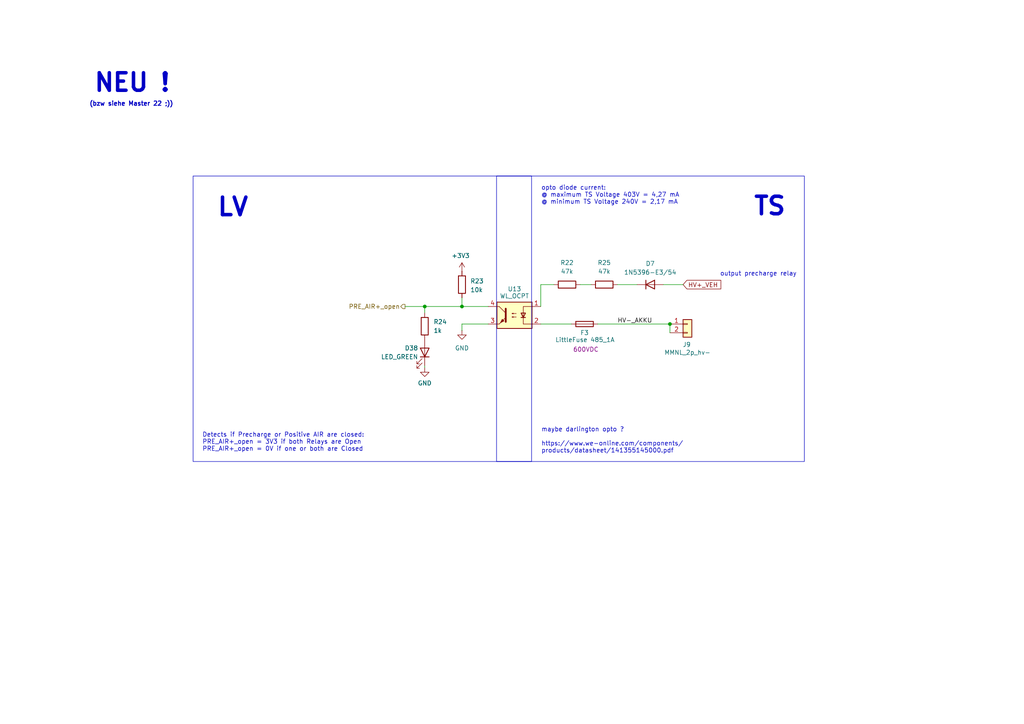
<source format=kicad_sch>
(kicad_sch
	(version 20231120)
	(generator "eeschema")
	(generator_version "8.0")
	(uuid "147e6aec-331a-4a67-bc56-2e8ecabcaa8b")
	(paper "A4")
	(lib_symbols
		(symbol "Connector_Generic:Conn_01x02"
			(pin_names
				(offset 1.016) hide)
			(exclude_from_sim no)
			(in_bom yes)
			(on_board yes)
			(property "Reference" "J"
				(at 0 2.54 0)
				(effects
					(font
						(size 1.27 1.27)
					)
				)
			)
			(property "Value" "Conn_01x02"
				(at 0 -5.08 0)
				(effects
					(font
						(size 1.27 1.27)
					)
				)
			)
			(property "Footprint" ""
				(at 0 0 0)
				(effects
					(font
						(size 1.27 1.27)
					)
					(hide yes)
				)
			)
			(property "Datasheet" "~"
				(at 0 0 0)
				(effects
					(font
						(size 1.27 1.27)
					)
					(hide yes)
				)
			)
			(property "Description" "Generic connector, single row, 01x02, script generated (kicad-library-utils/schlib/autogen/connector/)"
				(at 0 0 0)
				(effects
					(font
						(size 1.27 1.27)
					)
					(hide yes)
				)
			)
			(property "ki_keywords" "connector"
				(at 0 0 0)
				(effects
					(font
						(size 1.27 1.27)
					)
					(hide yes)
				)
			)
			(property "ki_fp_filters" "Connector*:*_1x??_*"
				(at 0 0 0)
				(effects
					(font
						(size 1.27 1.27)
					)
					(hide yes)
				)
			)
			(symbol "Conn_01x02_1_1"
				(rectangle
					(start -1.27 -2.413)
					(end 0 -2.667)
					(stroke
						(width 0.1524)
						(type default)
					)
					(fill
						(type none)
					)
				)
				(rectangle
					(start -1.27 0.127)
					(end 0 -0.127)
					(stroke
						(width 0.1524)
						(type default)
					)
					(fill
						(type none)
					)
				)
				(rectangle
					(start -1.27 1.27)
					(end 1.27 -3.81)
					(stroke
						(width 0.254)
						(type default)
					)
					(fill
						(type background)
					)
				)
				(pin passive line
					(at -5.08 0 0)
					(length 3.81)
					(name "Pin_1"
						(effects
							(font
								(size 1.27 1.27)
							)
						)
					)
					(number "1"
						(effects
							(font
								(size 1.27 1.27)
							)
						)
					)
				)
				(pin passive line
					(at -5.08 -2.54 0)
					(length 3.81)
					(name "Pin_2"
						(effects
							(font
								(size 1.27 1.27)
							)
						)
					)
					(number "2"
						(effects
							(font
								(size 1.27 1.27)
							)
						)
					)
				)
			)
		)
		(symbol "Device:D"
			(pin_numbers hide)
			(pin_names
				(offset 1.016) hide)
			(exclude_from_sim no)
			(in_bom yes)
			(on_board yes)
			(property "Reference" "D"
				(at 0 2.54 0)
				(effects
					(font
						(size 1.27 1.27)
					)
				)
			)
			(property "Value" "D"
				(at 0 -2.54 0)
				(effects
					(font
						(size 1.27 1.27)
					)
				)
			)
			(property "Footprint" ""
				(at 0 0 0)
				(effects
					(font
						(size 1.27 1.27)
					)
					(hide yes)
				)
			)
			(property "Datasheet" "~"
				(at 0 0 0)
				(effects
					(font
						(size 1.27 1.27)
					)
					(hide yes)
				)
			)
			(property "Description" "Diode"
				(at 0 0 0)
				(effects
					(font
						(size 1.27 1.27)
					)
					(hide yes)
				)
			)
			(property "ki_keywords" "diode"
				(at 0 0 0)
				(effects
					(font
						(size 1.27 1.27)
					)
					(hide yes)
				)
			)
			(property "ki_fp_filters" "TO-???* *_Diode_* *SingleDiode* D_*"
				(at 0 0 0)
				(effects
					(font
						(size 1.27 1.27)
					)
					(hide yes)
				)
			)
			(symbol "D_0_1"
				(polyline
					(pts
						(xy -1.27 1.27) (xy -1.27 -1.27)
					)
					(stroke
						(width 0.254)
						(type default)
					)
					(fill
						(type none)
					)
				)
				(polyline
					(pts
						(xy 1.27 0) (xy -1.27 0)
					)
					(stroke
						(width 0)
						(type default)
					)
					(fill
						(type none)
					)
				)
				(polyline
					(pts
						(xy 1.27 1.27) (xy 1.27 -1.27) (xy -1.27 0) (xy 1.27 1.27)
					)
					(stroke
						(width 0.254)
						(type default)
					)
					(fill
						(type none)
					)
				)
			)
			(symbol "D_1_1"
				(pin passive line
					(at -3.81 0 0)
					(length 2.54)
					(name "K"
						(effects
							(font
								(size 1.27 1.27)
							)
						)
					)
					(number "1"
						(effects
							(font
								(size 1.27 1.27)
							)
						)
					)
				)
				(pin passive line
					(at 3.81 0 180)
					(length 2.54)
					(name "A"
						(effects
							(font
								(size 1.27 1.27)
							)
						)
					)
					(number "2"
						(effects
							(font
								(size 1.27 1.27)
							)
						)
					)
				)
			)
		)
		(symbol "Device:LED"
			(pin_numbers hide)
			(pin_names
				(offset 1.016) hide)
			(exclude_from_sim no)
			(in_bom yes)
			(on_board yes)
			(property "Reference" "D"
				(at 0 2.54 0)
				(effects
					(font
						(size 1.27 1.27)
					)
				)
			)
			(property "Value" "LED"
				(at 0 -2.54 0)
				(effects
					(font
						(size 1.27 1.27)
					)
				)
			)
			(property "Footprint" ""
				(at 0 0 0)
				(effects
					(font
						(size 1.27 1.27)
					)
					(hide yes)
				)
			)
			(property "Datasheet" "~"
				(at 0 0 0)
				(effects
					(font
						(size 1.27 1.27)
					)
					(hide yes)
				)
			)
			(property "Description" "Light emitting diode"
				(at 0 0 0)
				(effects
					(font
						(size 1.27 1.27)
					)
					(hide yes)
				)
			)
			(property "ki_keywords" "LED diode"
				(at 0 0 0)
				(effects
					(font
						(size 1.27 1.27)
					)
					(hide yes)
				)
			)
			(property "ki_fp_filters" "LED* LED_SMD:* LED_THT:*"
				(at 0 0 0)
				(effects
					(font
						(size 1.27 1.27)
					)
					(hide yes)
				)
			)
			(symbol "LED_0_1"
				(polyline
					(pts
						(xy -1.27 -1.27) (xy -1.27 1.27)
					)
					(stroke
						(width 0.254)
						(type default)
					)
					(fill
						(type none)
					)
				)
				(polyline
					(pts
						(xy -1.27 0) (xy 1.27 0)
					)
					(stroke
						(width 0)
						(type default)
					)
					(fill
						(type none)
					)
				)
				(polyline
					(pts
						(xy 1.27 -1.27) (xy 1.27 1.27) (xy -1.27 0) (xy 1.27 -1.27)
					)
					(stroke
						(width 0.254)
						(type default)
					)
					(fill
						(type none)
					)
				)
				(polyline
					(pts
						(xy -3.048 -0.762) (xy -4.572 -2.286) (xy -3.81 -2.286) (xy -4.572 -2.286) (xy -4.572 -1.524)
					)
					(stroke
						(width 0)
						(type default)
					)
					(fill
						(type none)
					)
				)
				(polyline
					(pts
						(xy -1.778 -0.762) (xy -3.302 -2.286) (xy -2.54 -2.286) (xy -3.302 -2.286) (xy -3.302 -1.524)
					)
					(stroke
						(width 0)
						(type default)
					)
					(fill
						(type none)
					)
				)
			)
			(symbol "LED_1_1"
				(pin passive line
					(at -3.81 0 0)
					(length 2.54)
					(name "K"
						(effects
							(font
								(size 1.27 1.27)
							)
						)
					)
					(number "1"
						(effects
							(font
								(size 1.27 1.27)
							)
						)
					)
				)
				(pin passive line
					(at 3.81 0 180)
					(length 2.54)
					(name "A"
						(effects
							(font
								(size 1.27 1.27)
							)
						)
					)
					(number "2"
						(effects
							(font
								(size 1.27 1.27)
							)
						)
					)
				)
			)
		)
		(symbol "Device:R"
			(pin_numbers hide)
			(pin_names
				(offset 0)
			)
			(exclude_from_sim no)
			(in_bom yes)
			(on_board yes)
			(property "Reference" "R"
				(at 2.032 0 90)
				(effects
					(font
						(size 1.27 1.27)
					)
				)
			)
			(property "Value" "R"
				(at 0 0 90)
				(effects
					(font
						(size 1.27 1.27)
					)
				)
			)
			(property "Footprint" ""
				(at -1.778 0 90)
				(effects
					(font
						(size 1.27 1.27)
					)
					(hide yes)
				)
			)
			(property "Datasheet" "~"
				(at 0 0 0)
				(effects
					(font
						(size 1.27 1.27)
					)
					(hide yes)
				)
			)
			(property "Description" "Resistor"
				(at 0 0 0)
				(effects
					(font
						(size 1.27 1.27)
					)
					(hide yes)
				)
			)
			(property "ki_keywords" "R res resistor"
				(at 0 0 0)
				(effects
					(font
						(size 1.27 1.27)
					)
					(hide yes)
				)
			)
			(property "ki_fp_filters" "R_*"
				(at 0 0 0)
				(effects
					(font
						(size 1.27 1.27)
					)
					(hide yes)
				)
			)
			(symbol "R_0_1"
				(rectangle
					(start -1.016 -2.54)
					(end 1.016 2.54)
					(stroke
						(width 0.254)
						(type default)
					)
					(fill
						(type none)
					)
				)
			)
			(symbol "R_1_1"
				(pin passive line
					(at 0 3.81 270)
					(length 1.27)
					(name "~"
						(effects
							(font
								(size 1.27 1.27)
							)
						)
					)
					(number "1"
						(effects
							(font
								(size 1.27 1.27)
							)
						)
					)
				)
				(pin passive line
					(at 0 -3.81 90)
					(length 1.27)
					(name "~"
						(effects
							(font
								(size 1.27 1.27)
							)
						)
					)
					(number "2"
						(effects
							(font
								(size 1.27 1.27)
							)
						)
					)
				)
			)
		)
		(symbol "FaSTTUBe_Fuses:485_1A"
			(pin_numbers hide)
			(pin_names
				(offset 0)
			)
			(exclude_from_sim no)
			(in_bom yes)
			(on_board yes)
			(property "Reference" "F"
				(at 2.032 0 90)
				(effects
					(font
						(size 1.27 1.27)
					)
				)
			)
			(property "Value" "485_1A"
				(at -5.08 0 90)
				(effects
					(font
						(size 1.27 1.27)
					)
				)
			)
			(property "Footprint" "FaSTTUBe_Fuses:Littelfuse_485"
				(at 5.08 0 90)
				(effects
					(font
						(size 1.27 1.27)
					)
					(hide yes)
				)
			)
			(property "Datasheet" "~"
				(at 0 0 0)
				(effects
					(font
						(size 1.27 1.27)
					)
					(hide yes)
				)
			)
			(property "Description" "Littelfuse 485 Series 600Vdc, 1A"
				(at 0 0 0)
				(effects
					(font
						(size 1.27 1.27)
					)
					(hide yes)
				)
			)
			(property "Voltage" "600VDC"
				(at -2.54 0 90)
				(effects
					(font
						(size 1.27 1.27)
					)
				)
			)
			(property "ki_keywords" "fuse"
				(at 0 0 0)
				(effects
					(font
						(size 1.27 1.27)
					)
					(hide yes)
				)
			)
			(property "ki_fp_filters" "*Fuse*"
				(at 0 0 0)
				(effects
					(font
						(size 1.27 1.27)
					)
					(hide yes)
				)
			)
			(symbol "485_1A_0_1"
				(rectangle
					(start -0.762 -2.54)
					(end 0.762 2.54)
					(stroke
						(width 0.254)
						(type default)
					)
					(fill
						(type none)
					)
				)
				(polyline
					(pts
						(xy 0 2.54) (xy 0 -2.54)
					)
					(stroke
						(width 0)
						(type default)
					)
					(fill
						(type none)
					)
				)
			)
			(symbol "485_1A_1_1"
				(pin passive line
					(at 0 3.81 270)
					(length 1.27)
					(name "~"
						(effects
							(font
								(size 1.27 1.27)
							)
						)
					)
					(number "1"
						(effects
							(font
								(size 1.27 1.27)
							)
						)
					)
				)
				(pin passive line
					(at 0 -3.81 90)
					(length 1.27)
					(name "~"
						(effects
							(font
								(size 1.27 1.27)
							)
						)
					)
					(number "2"
						(effects
							(font
								(size 1.27 1.27)
							)
						)
					)
				)
			)
		)
		(symbol "Isolator:FODM217A"
			(exclude_from_sim no)
			(in_bom yes)
			(on_board yes)
			(property "Reference" "U4"
				(at 1.27 7.62 0)
				(effects
					(font
						(size 1.27 1.27)
					)
				)
			)
			(property "Value" "WL_OCDA"
				(at 1.27 5.588 0)
				(effects
					(font
						(size 1.27 1.27)
					)
				)
			)
			(property "Footprint" "Package_SO:SOP-4_4.4x2.6mm_P1.27mm"
				(at 0 -5.08 0)
				(effects
					(font
						(size 1.27 1.27)
						(italic yes)
					)
					(hide yes)
				)
			)
			(property "Datasheet" ""
				(at 0 0 0)
				(effects
					(font
						(size 1.27 1.27)
					)
					(justify left)
					(hide yes)
				)
			)
			(property "Description" "141352145000"
				(at 0 0 0)
				(effects
					(font
						(size 1.27 1.27)
					)
					(hide yes)
				)
			)
			(property "ki_keywords" "DC Phototransistor Optocoupler"
				(at 0 0 0)
				(effects
					(font
						(size 1.27 1.27)
					)
					(hide yes)
				)
			)
			(property "ki_fp_filters" "SOP*4.4x2.6mm*P1.27mm*"
				(at 0 0 0)
				(effects
					(font
						(size 1.27 1.27)
					)
					(hide yes)
				)
			)
			(symbol "FODM217A_0_1"
				(rectangle
					(start -5.08 3.81)
					(end 5.08 -3.81)
					(stroke
						(width 0.254)
						(type default)
					)
					(fill
						(type background)
					)
				)
				(polyline
					(pts
						(xy -3.175 -0.635) (xy -1.905 -0.635)
					)
					(stroke
						(width 0.254)
						(type default)
					)
					(fill
						(type none)
					)
				)
				(polyline
					(pts
						(xy 2.54 0.635) (xy 4.445 2.54)
					)
					(stroke
						(width 0)
						(type default)
					)
					(fill
						(type none)
					)
				)
				(polyline
					(pts
						(xy 4.445 -2.54) (xy 2.54 -0.635)
					)
					(stroke
						(width 0)
						(type default)
					)
					(fill
						(type outline)
					)
				)
				(polyline
					(pts
						(xy 4.445 -2.54) (xy 5.08 -2.54)
					)
					(stroke
						(width 0)
						(type default)
					)
					(fill
						(type none)
					)
				)
				(polyline
					(pts
						(xy 4.445 2.54) (xy 5.08 2.54)
					)
					(stroke
						(width 0)
						(type default)
					)
					(fill
						(type none)
					)
				)
				(polyline
					(pts
						(xy -5.08 2.54) (xy -2.54 2.54) (xy -2.54 -0.635)
					)
					(stroke
						(width 0)
						(type default)
					)
					(fill
						(type none)
					)
				)
				(polyline
					(pts
						(xy -2.54 -0.635) (xy -2.54 -2.54) (xy -5.08 -2.54)
					)
					(stroke
						(width 0)
						(type default)
					)
					(fill
						(type none)
					)
				)
				(polyline
					(pts
						(xy 2.54 1.905) (xy 2.54 -1.905) (xy 2.54 -1.905)
					)
					(stroke
						(width 0.508)
						(type default)
					)
					(fill
						(type none)
					)
				)
				(polyline
					(pts
						(xy -2.54 -0.635) (xy -3.175 0.635) (xy -1.905 0.635) (xy -2.54 -0.635)
					)
					(stroke
						(width 0.254)
						(type default)
					)
					(fill
						(type none)
					)
				)
				(polyline
					(pts
						(xy -0.508 -0.508) (xy 0.762 -0.508) (xy 0.381 -0.635) (xy 0.381 -0.381) (xy 0.762 -0.508)
					)
					(stroke
						(width 0)
						(type default)
					)
					(fill
						(type none)
					)
				)
				(polyline
					(pts
						(xy -0.508 0.508) (xy 0.762 0.508) (xy 0.381 0.381) (xy 0.381 0.635) (xy 0.762 0.508)
					)
					(stroke
						(width 0)
						(type default)
					)
					(fill
						(type none)
					)
				)
				(polyline
					(pts
						(xy 3.048 -1.651) (xy 3.556 -1.143) (xy 4.064 -2.159) (xy 3.048 -1.651) (xy 3.048 -1.651)
					)
					(stroke
						(width 0)
						(type default)
					)
					(fill
						(type outline)
					)
				)
			)
			(symbol "FODM217A_1_1"
				(pin passive line
					(at -7.62 2.54 0)
					(length 2.54)
					(name "~"
						(effects
							(font
								(size 1.27 1.27)
							)
						)
					)
					(number "1"
						(effects
							(font
								(size 1.27 1.27)
							)
						)
					)
				)
				(pin passive line
					(at -7.62 -2.54 0)
					(length 2.54)
					(name "~"
						(effects
							(font
								(size 1.27 1.27)
							)
						)
					)
					(number "2"
						(effects
							(font
								(size 1.27 1.27)
							)
						)
					)
				)
				(pin passive line
					(at 7.62 -2.54 180)
					(length 2.54)
					(name "~"
						(effects
							(font
								(size 1.27 1.27)
							)
						)
					)
					(number "3"
						(effects
							(font
								(size 1.27 1.27)
							)
						)
					)
				)
				(pin passive line
					(at 7.62 2.54 180)
					(length 2.54)
					(name "~"
						(effects
							(font
								(size 1.27 1.27)
							)
						)
					)
					(number "4"
						(effects
							(font
								(size 1.27 1.27)
							)
						)
					)
				)
			)
		)
		(symbol "power:+3V3"
			(power)
			(pin_numbers hide)
			(pin_names
				(offset 0) hide)
			(exclude_from_sim no)
			(in_bom yes)
			(on_board yes)
			(property "Reference" "#PWR"
				(at 0 -3.81 0)
				(effects
					(font
						(size 1.27 1.27)
					)
					(hide yes)
				)
			)
			(property "Value" "+3V3"
				(at 0 3.556 0)
				(effects
					(font
						(size 1.27 1.27)
					)
				)
			)
			(property "Footprint" ""
				(at 0 0 0)
				(effects
					(font
						(size 1.27 1.27)
					)
					(hide yes)
				)
			)
			(property "Datasheet" ""
				(at 0 0 0)
				(effects
					(font
						(size 1.27 1.27)
					)
					(hide yes)
				)
			)
			(property "Description" "Power symbol creates a global label with name \"+3V3\""
				(at 0 0 0)
				(effects
					(font
						(size 1.27 1.27)
					)
					(hide yes)
				)
			)
			(property "ki_keywords" "global power"
				(at 0 0 0)
				(effects
					(font
						(size 1.27 1.27)
					)
					(hide yes)
				)
			)
			(symbol "+3V3_0_1"
				(polyline
					(pts
						(xy -0.762 1.27) (xy 0 2.54)
					)
					(stroke
						(width 0)
						(type default)
					)
					(fill
						(type none)
					)
				)
				(polyline
					(pts
						(xy 0 0) (xy 0 2.54)
					)
					(stroke
						(width 0)
						(type default)
					)
					(fill
						(type none)
					)
				)
				(polyline
					(pts
						(xy 0 2.54) (xy 0.762 1.27)
					)
					(stroke
						(width 0)
						(type default)
					)
					(fill
						(type none)
					)
				)
			)
			(symbol "+3V3_1_1"
				(pin power_in line
					(at 0 0 90)
					(length 0)
					(name "~"
						(effects
							(font
								(size 1.27 1.27)
							)
						)
					)
					(number "1"
						(effects
							(font
								(size 1.27 1.27)
							)
						)
					)
				)
			)
		)
		(symbol "power:GND"
			(power)
			(pin_numbers hide)
			(pin_names
				(offset 0) hide)
			(exclude_from_sim no)
			(in_bom yes)
			(on_board yes)
			(property "Reference" "#PWR"
				(at 0 -6.35 0)
				(effects
					(font
						(size 1.27 1.27)
					)
					(hide yes)
				)
			)
			(property "Value" "GND"
				(at 0 -3.81 0)
				(effects
					(font
						(size 1.27 1.27)
					)
				)
			)
			(property "Footprint" ""
				(at 0 0 0)
				(effects
					(font
						(size 1.27 1.27)
					)
					(hide yes)
				)
			)
			(property "Datasheet" ""
				(at 0 0 0)
				(effects
					(font
						(size 1.27 1.27)
					)
					(hide yes)
				)
			)
			(property "Description" "Power symbol creates a global label with name \"GND\" , ground"
				(at 0 0 0)
				(effects
					(font
						(size 1.27 1.27)
					)
					(hide yes)
				)
			)
			(property "ki_keywords" "global power"
				(at 0 0 0)
				(effects
					(font
						(size 1.27 1.27)
					)
					(hide yes)
				)
			)
			(symbol "GND_0_1"
				(polyline
					(pts
						(xy 0 0) (xy 0 -1.27) (xy 1.27 -1.27) (xy 0 -2.54) (xy -1.27 -1.27) (xy 0 -1.27)
					)
					(stroke
						(width 0)
						(type default)
					)
					(fill
						(type none)
					)
				)
			)
			(symbol "GND_1_1"
				(pin power_in line
					(at 0 0 270)
					(length 0)
					(name "~"
						(effects
							(font
								(size 1.27 1.27)
							)
						)
					)
					(number "1"
						(effects
							(font
								(size 1.27 1.27)
							)
						)
					)
				)
			)
		)
	)
	(junction
		(at 123.19 88.9)
		(diameter 0)
		(color 0 0 0 0)
		(uuid "35e71489-103b-489c-bf28-4add031872bd")
	)
	(junction
		(at 194.31 93.98)
		(diameter 0)
		(color 0 0 0 0)
		(uuid "4317e541-6f8d-4f01-813e-5bb5a099a361")
	)
	(junction
		(at 133.985 88.9)
		(diameter 0)
		(color 0 0 0 0)
		(uuid "dc8f0e16-e756-4195-9ab7-b783d2d40ddd")
	)
	(wire
		(pts
			(xy 173.355 93.98) (xy 194.31 93.98)
		)
		(stroke
			(width 0)
			(type default)
		)
		(uuid "21c922c4-52b3-4aef-8b9c-24a5339fbc0e")
	)
	(wire
		(pts
			(xy 123.19 90.805) (xy 123.19 88.9)
		)
		(stroke
			(width 0)
			(type default)
		)
		(uuid "2b74c7f5-29e3-43c6-9b8e-a3c4028200ac")
	)
	(wire
		(pts
			(xy 179.07 82.55) (xy 184.785 82.55)
		)
		(stroke
			(width 0)
			(type default)
		)
		(uuid "2cf17f9d-09cd-4cf4-a107-3c1a1b2f52b8")
	)
	(wire
		(pts
			(xy 192.405 82.55) (xy 198.12 82.55)
		)
		(stroke
			(width 0)
			(type default)
		)
		(uuid "3c1b7ab8-dc73-43a9-b854-0d74a410f323")
	)
	(wire
		(pts
			(xy 123.19 88.9) (xy 133.985 88.9)
		)
		(stroke
			(width 0)
			(type default)
		)
		(uuid "50869dfd-a745-49af-b179-508b0fbf13b2")
	)
	(wire
		(pts
			(xy 194.31 93.98) (xy 194.31 96.52)
		)
		(stroke
			(width 0)
			(type default)
		)
		(uuid "6c5b4f5b-9046-41c3-8921-e56002edad84")
	)
	(wire
		(pts
			(xy 168.275 82.55) (xy 171.45 82.55)
		)
		(stroke
			(width 0)
			(type default)
		)
		(uuid "7912bf64-d739-4ff1-8d14-f38fd680be28")
	)
	(wire
		(pts
			(xy 117.475 88.9) (xy 123.19 88.9)
		)
		(stroke
			(width 0)
			(type default)
		)
		(uuid "7a893ff7-9d23-4a68-8c48-0f13785f7221")
	)
	(wire
		(pts
			(xy 156.845 93.98) (xy 165.735 93.98)
		)
		(stroke
			(width 0)
			(type default)
		)
		(uuid "7d9021ae-2354-449d-b4e8-b723040b4c85")
	)
	(wire
		(pts
			(xy 133.985 95.885) (xy 133.985 93.98)
		)
		(stroke
			(width 0)
			(type default)
		)
		(uuid "95d3d2ba-60e0-46c6-912a-d230173a9267")
	)
	(wire
		(pts
			(xy 156.845 82.55) (xy 160.655 82.55)
		)
		(stroke
			(width 0)
			(type default)
		)
		(uuid "9b5a8e3a-a60e-435e-980b-88c13ae80855")
	)
	(wire
		(pts
			(xy 133.985 86.36) (xy 133.985 88.9)
		)
		(stroke
			(width 0)
			(type default)
		)
		(uuid "a40bccd4-f801-441a-8a84-b67eb282c3aa")
	)
	(wire
		(pts
			(xy 123.19 106.68) (xy 123.19 106.045)
		)
		(stroke
			(width 0)
			(type default)
		)
		(uuid "b341459c-74b4-4deb-bc92-b9c22162f9ab")
	)
	(wire
		(pts
			(xy 156.845 82.55) (xy 156.845 88.9)
		)
		(stroke
			(width 0)
			(type default)
		)
		(uuid "e651083f-a660-4b21-bed2-5310f84d55dc")
	)
	(wire
		(pts
			(xy 133.985 88.9) (xy 141.605 88.9)
		)
		(stroke
			(width 0)
			(type default)
		)
		(uuid "e821dad4-9261-4aab-a9a6-fafa560a6adb")
	)
	(wire
		(pts
			(xy 133.985 93.98) (xy 141.605 93.98)
		)
		(stroke
			(width 0)
			(type default)
		)
		(uuid "ed82b0ef-233b-445e-ad4f-19bc23585345")
	)
	(rectangle
		(start 144.018 51.054)
		(end 154.178 133.858)
		(stroke
			(width 0)
			(type default)
		)
		(fill
			(type none)
		)
		(uuid bd18933d-e4fb-45ca-b0c6-70fbd94acf38)
	)
	(rectangle
		(start 56.007 51.054)
		(end 233.299 133.858)
		(stroke
			(width 0)
			(type default)
		)
		(fill
			(type none)
		)
		(uuid cfa3ce83-a4c7-4028-a13b-f95170c7c6d6)
	)
	(text "output precharge relay"
		(exclude_from_sim no)
		(at 219.964 79.502 0)
		(effects
			(font
				(size 1.27 1.27)
			)
		)
		(uuid "1da9d064-f97b-4474-95a0-163f901aa209")
	)
	(text "(bzw siehe Master 22 ;))"
		(exclude_from_sim no)
		(at 38.1 30.226 0)
		(effects
			(font
				(size 1.27 1.27)
				(bold yes)
			)
		)
		(uuid "23a9f6c2-faff-41cb-a88f-a0612b5fe23e")
	)
	(text "Detects if Precharge or Positive AIR are closed:\nPRE_AIR+_open = 3V3 if both Relays are Open\nPRE_AIR+_open = 0V if one or both are Closed "
		(exclude_from_sim no)
		(at 58.674 131.064 0)
		(effects
			(font
				(size 1.27 1.27)
			)
			(justify left bottom)
		)
		(uuid "27fc8c63-bf68-4bcc-8c4e-45e741bd7282")
	)
	(text "LV"
		(exclude_from_sim no)
		(at 67.564 60.198 0)
		(effects
			(font
				(size 5.08 5.08)
				(thickness 1.016)
				(bold yes)
			)
		)
		(uuid "287bd5b3-90bf-47e8-a99a-1d46e3229eee")
	)
	(text "NEU !"
		(exclude_from_sim no)
		(at 38.354 24.13 0)
		(effects
			(font
				(size 5.08 5.08)
				(thickness 1.016)
				(bold yes)
			)
		)
		(uuid "8e2a41b3-a14d-47ea-b3fe-ca974fcea2aa")
	)
	(text "maybe darlington opto ?\n\nhttps://www.we-online.com/components/\nproducts/datasheet/141355145000.pdf"
		(exclude_from_sim no)
		(at 156.972 127.762 0)
		(effects
			(font
				(size 1.27 1.27)
			)
			(justify left)
		)
		(uuid "a2ad6220-9136-480b-b288-06933ae69049")
	)
	(text "TS"
		(exclude_from_sim no)
		(at 223.266 59.944 0)
		(effects
			(font
				(size 5.08 5.08)
				(thickness 1.016)
				(bold yes)
			)
		)
		(uuid "b075c53d-92c9-456d-abf7-eed816b092d6")
	)
	(text "opto diode current:\n@ maximum TS Voltage 403V = 4,27 mA\n@ minimum TS Voltage 240V = 2,17 mA"
		(exclude_from_sim no)
		(at 156.972 56.642 0)
		(effects
			(font
				(size 1.27 1.27)
			)
			(justify left)
		)
		(uuid "d4b04a63-fe59-4b72-943d-35207f31044c")
	)
	(label "HV-_AKKU"
		(at 179.07 93.98 0)
		(fields_autoplaced yes)
		(effects
			(font
				(size 1.27 1.27)
			)
			(justify left bottom)
		)
		(uuid "95509a72-45dd-4cf0-ab2d-f7da0663a473")
	)
	(global_label "HV+_VEH"
		(shape input)
		(at 198.12 82.55 0)
		(fields_autoplaced yes)
		(effects
			(font
				(size 1.27 1.27)
			)
			(justify left)
		)
		(uuid "d02a03da-4633-4a77-a066-2272afd87b31")
		(property "Intersheetrefs" "${INTERSHEET_REFS}"
			(at 209.6324 82.55 0)
			(effects
				(font
					(size 1.27 1.27)
				)
				(justify left)
				(hide yes)
			)
		)
	)
	(hierarchical_label "PRE_AIR+_open"
		(shape output)
		(at 117.475 88.9 180)
		(fields_autoplaced yes)
		(effects
			(font
				(size 1.27 1.27)
			)
			(justify right)
		)
		(uuid "3f6aea03-b548-479e-aafe-ee682c3ed582")
	)
	(symbol
		(lib_id "Device:R")
		(at 123.19 94.615 0)
		(unit 1)
		(exclude_from_sim no)
		(in_bom yes)
		(on_board yes)
		(dnp no)
		(fields_autoplaced yes)
		(uuid "3104ba72-246c-42e8-8cd4-03b963e106b5")
		(property "Reference" "R24"
			(at 125.73 93.3449 0)
			(effects
				(font
					(size 1.27 1.27)
				)
				(justify left)
			)
		)
		(property "Value" "1k"
			(at 125.73 95.8849 0)
			(effects
				(font
					(size 1.27 1.27)
				)
				(justify left)
			)
		)
		(property "Footprint" "Resistor_SMD:R_0603_1608Metric"
			(at 121.412 94.615 90)
			(effects
				(font
					(size 1.27 1.27)
				)
				(hide yes)
			)
		)
		(property "Datasheet" "~"
			(at 123.19 94.615 0)
			(effects
				(font
					(size 1.27 1.27)
				)
				(hide yes)
			)
		)
		(property "Description" "Resistor"
			(at 123.19 94.615 0)
			(effects
				(font
					(size 1.27 1.27)
				)
				(hide yes)
			)
		)
		(property "Sim.Device" ""
			(at 123.19 94.615 0)
			(effects
				(font
					(size 1.27 1.27)
				)
				(hide yes)
			)
		)
		(property "Sim.Pins" ""
			(at 123.19 94.615 0)
			(effects
				(font
					(size 1.27 1.27)
				)
				(hide yes)
			)
		)
		(property "Sim.Type" ""
			(at 123.19 94.615 0)
			(effects
				(font
					(size 1.27 1.27)
				)
				(hide yes)
			)
		)
		(pin "2"
			(uuid "810e63bf-b9c5-4d77-83c1-44898b288015")
		)
		(pin "1"
			(uuid "ab1b6d8f-a14b-40db-96ed-62e024f68006")
		)
		(instances
			(project "Master_FT25"
				(path "/e63e39d7-6ac0-4ffd-8aa3-1841a4541b55/5ce1aa0c-f98f-4b94-80bd-f188cf4c57de/cbda76e2-9a35-4c57-88fc-51fcf41776aa"
					(reference "R24")
					(unit 1)
				)
			)
		)
	)
	(symbol
		(lib_id "power:+3V3")
		(at 133.985 78.74 0)
		(unit 1)
		(exclude_from_sim no)
		(in_bom yes)
		(on_board yes)
		(dnp no)
		(uuid "36250160-559d-463c-b874-6e474f00b333")
		(property "Reference" "#PWR029"
			(at 133.985 82.55 0)
			(effects
				(font
					(size 1.27 1.27)
				)
				(hide yes)
			)
		)
		(property "Value" "+3V3"
			(at 133.604 74.168 0)
			(effects
				(font
					(size 1.27 1.27)
				)
			)
		)
		(property "Footprint" ""
			(at 133.985 78.74 0)
			(effects
				(font
					(size 1.27 1.27)
				)
				(hide yes)
			)
		)
		(property "Datasheet" ""
			(at 133.985 78.74 0)
			(effects
				(font
					(size 1.27 1.27)
				)
				(hide yes)
			)
		)
		(property "Description" "Power symbol creates a global label with name \"+3V3\""
			(at 133.985 78.74 0)
			(effects
				(font
					(size 1.27 1.27)
				)
				(hide yes)
			)
		)
		(pin "1"
			(uuid "8c862918-1457-40b7-9a79-bf5759fd8dea")
		)
		(instances
			(project "Master_FT25"
				(path "/e63e39d7-6ac0-4ffd-8aa3-1841a4541b55/5ce1aa0c-f98f-4b94-80bd-f188cf4c57de/cbda76e2-9a35-4c57-88fc-51fcf41776aa"
					(reference "#PWR029")
					(unit 1)
				)
			)
		)
	)
	(symbol
		(lib_id "Device:R")
		(at 133.985 82.55 0)
		(unit 1)
		(exclude_from_sim no)
		(in_bom yes)
		(on_board yes)
		(dnp no)
		(uuid "38c1fba2-49db-4825-a944-b22a1f3a8158")
		(property "Reference" "R23"
			(at 136.398 81.534 0)
			(effects
				(font
					(size 1.27 1.27)
				)
				(justify left)
			)
		)
		(property "Value" "10k"
			(at 136.398 84.074 0)
			(effects
				(font
					(size 1.27 1.27)
				)
				(justify left)
			)
		)
		(property "Footprint" "Resistor_SMD:R_0603_1608Metric"
			(at 132.207 82.55 90)
			(effects
				(font
					(size 1.27 1.27)
				)
				(hide yes)
			)
		)
		(property "Datasheet" "~"
			(at 133.985 82.55 0)
			(effects
				(font
					(size 1.27 1.27)
				)
				(hide yes)
			)
		)
		(property "Description" "Resistor"
			(at 133.985 82.55 0)
			(effects
				(font
					(size 1.27 1.27)
				)
				(hide yes)
			)
		)
		(property "Sim.Device" ""
			(at 133.985 82.55 0)
			(effects
				(font
					(size 1.27 1.27)
				)
				(hide yes)
			)
		)
		(property "Sim.Pins" ""
			(at 133.985 82.55 0)
			(effects
				(font
					(size 1.27 1.27)
				)
				(hide yes)
			)
		)
		(property "Sim.Type" ""
			(at 133.985 82.55 0)
			(effects
				(font
					(size 1.27 1.27)
				)
				(hide yes)
			)
		)
		(pin "2"
			(uuid "dcf8a911-87d7-44bb-942a-4b86583260eb")
		)
		(pin "1"
			(uuid "92ac60ee-41af-411c-b7af-4ba09a52526b")
		)
		(instances
			(project "Master_FT25"
				(path "/e63e39d7-6ac0-4ffd-8aa3-1841a4541b55/5ce1aa0c-f98f-4b94-80bd-f188cf4c57de/cbda76e2-9a35-4c57-88fc-51fcf41776aa"
					(reference "R23")
					(unit 1)
				)
			)
		)
	)
	(symbol
		(lib_id "power:GND")
		(at 123.19 106.68 0)
		(unit 1)
		(exclude_from_sim no)
		(in_bom yes)
		(on_board yes)
		(dnp no)
		(fields_autoplaced yes)
		(uuid "4e2944a2-b41a-43cf-9771-35871664078a")
		(property "Reference" "#PWR012"
			(at 123.19 113.03 0)
			(effects
				(font
					(size 1.27 1.27)
				)
				(hide yes)
			)
		)
		(property "Value" "GND"
			(at 123.19 111.125 0)
			(effects
				(font
					(size 1.27 1.27)
				)
			)
		)
		(property "Footprint" ""
			(at 123.19 106.68 0)
			(effects
				(font
					(size 1.27 1.27)
				)
				(hide yes)
			)
		)
		(property "Datasheet" ""
			(at 123.19 106.68 0)
			(effects
				(font
					(size 1.27 1.27)
				)
				(hide yes)
			)
		)
		(property "Description" "Power symbol creates a global label with name \"GND\" , ground"
			(at 123.19 106.68 0)
			(effects
				(font
					(size 1.27 1.27)
				)
				(hide yes)
			)
		)
		(pin "1"
			(uuid "504c4605-77e9-44d4-a90a-5f36250a54cd")
		)
		(instances
			(project "Master_FT25"
				(path "/e63e39d7-6ac0-4ffd-8aa3-1841a4541b55/5ce1aa0c-f98f-4b94-80bd-f188cf4c57de/cbda76e2-9a35-4c57-88fc-51fcf41776aa"
					(reference "#PWR012")
					(unit 1)
				)
			)
		)
	)
	(symbol
		(lib_id "FaSTTUBe_Fuses:485_1A")
		(at 169.545 93.98 270)
		(mirror x)
		(unit 1)
		(exclude_from_sim no)
		(in_bom yes)
		(on_board yes)
		(dnp no)
		(uuid "54ef7a2c-bf2f-43d8-b8a2-2e93bc8b6fd2")
		(property "Reference" "F3"
			(at 169.545 96.52 90)
			(effects
				(font
					(size 1.27 1.27)
				)
			)
		)
		(property "Value" "LittleFuse 485_1A"
			(at 169.672 98.552 90)
			(effects
				(font
					(size 1.27 1.27)
				)
			)
		)
		(property "Footprint" "FaSTTUBe_Fuses:Littelfuse_485"
			(at 169.545 88.9 90)
			(effects
				(font
					(size 1.27 1.27)
				)
				(hide yes)
			)
		)
		(property "Datasheet" "~"
			(at 169.545 93.98 0)
			(effects
				(font
					(size 1.27 1.27)
				)
				(hide yes)
			)
		)
		(property "Description" ""
			(at 169.545 93.98 0)
			(effects
				(font
					(size 1.27 1.27)
				)
				(hide yes)
			)
		)
		(property "Voltage" "600VDC"
			(at 169.926 101.346 90)
			(effects
				(font
					(size 1.27 1.27)
				)
			)
		)
		(property "Sim.Device" ""
			(at 169.545 93.98 0)
			(effects
				(font
					(size 1.27 1.27)
				)
				(hide yes)
			)
		)
		(property "Sim.Pins" ""
			(at 169.545 93.98 0)
			(effects
				(font
					(size 1.27 1.27)
				)
				(hide yes)
			)
		)
		(property "Sim.Type" ""
			(at 169.545 93.98 0)
			(effects
				(font
					(size 1.27 1.27)
				)
				(hide yes)
			)
		)
		(pin "1"
			(uuid "bd4ffc8c-0d1c-402e-be92-623c7865d8a7")
		)
		(pin "2"
			(uuid "36e9931d-87d2-472d-9aa5-caa6f4e33320")
		)
		(instances
			(project "Master_FT25"
				(path "/e63e39d7-6ac0-4ffd-8aa3-1841a4541b55/5ce1aa0c-f98f-4b94-80bd-f188cf4c57de/cbda76e2-9a35-4c57-88fc-51fcf41776aa"
					(reference "F3")
					(unit 1)
				)
			)
		)
	)
	(symbol
		(lib_id "Isolator:FODM217A")
		(at 149.225 91.44 0)
		(mirror y)
		(unit 1)
		(exclude_from_sim no)
		(in_bom yes)
		(on_board yes)
		(dnp no)
		(uuid "5602afa6-f9ef-4f19-8f0f-ef4215cc8bf5")
		(property "Reference" "U13"
			(at 149.225 83.82 0)
			(effects
				(font
					(size 1.27 1.27)
				)
			)
		)
		(property "Value" "WL_OCPT"
			(at 149.225 85.852 0)
			(effects
				(font
					(size 1.27 1.27)
				)
			)
		)
		(property "Footprint" "Package_SO:SOP-4_3.8x4.1mm_P2.54mm"
			(at 149.225 96.52 0)
			(effects
				(font
					(size 1.27 1.27)
					(italic yes)
				)
				(hide yes)
			)
		)
		(property "Datasheet" "https://www.we-online.com/components/products/datasheet/140356145200.pdf"
			(at 149.225 91.44 0)
			(effects
				(font
					(size 1.27 1.27)
				)
				(justify left)
				(hide yes)
			)
		)
		(property "Description" "140356145200"
			(at 149.225 91.44 0)
			(effects
				(font
					(size 1.27 1.27)
				)
				(hide yes)
			)
		)
		(property "Sim.Device" ""
			(at 149.225 91.44 0)
			(effects
				(font
					(size 1.27 1.27)
				)
				(hide yes)
			)
		)
		(property "Sim.Pins" ""
			(at 149.225 91.44 0)
			(effects
				(font
					(size 1.27 1.27)
				)
				(hide yes)
			)
		)
		(property "Sim.Type" ""
			(at 149.225 91.44 0)
			(effects
				(font
					(size 1.27 1.27)
				)
				(hide yes)
			)
		)
		(pin "3"
			(uuid "b8e5b9bf-22b7-4846-9a9d-56094a3542a6")
		)
		(pin "4"
			(uuid "d176df6a-a725-4a16-a173-71fce1c2b6bf")
		)
		(pin "1"
			(uuid "0905117f-a6f7-4e94-91b8-0877ecbfd52e")
		)
		(pin "2"
			(uuid "23164f79-1774-4e3e-af7b-d796103f05d8")
		)
		(instances
			(project "Master_FT25"
				(path "/e63e39d7-6ac0-4ffd-8aa3-1841a4541b55/5ce1aa0c-f98f-4b94-80bd-f188cf4c57de/cbda76e2-9a35-4c57-88fc-51fcf41776aa"
					(reference "U13")
					(unit 1)
				)
			)
		)
	)
	(symbol
		(lib_id "Device:D")
		(at 188.595 82.55 0)
		(unit 1)
		(exclude_from_sim no)
		(in_bom yes)
		(on_board yes)
		(dnp no)
		(uuid "636dc9ec-a29e-4e90-bfd2-97720cc58ee3")
		(property "Reference" "D7"
			(at 188.595 76.454 0)
			(effects
				(font
					(size 1.27 1.27)
				)
			)
		)
		(property "Value" "1N5396-E3/54"
			(at 188.595 78.994 0)
			(effects
				(font
					(size 1.27 1.27)
				)
			)
		)
		(property "Footprint" "Diode_THT:D_DO-41_SOD81_P12.70mm_Horizontal"
			(at 188.595 82.55 0)
			(effects
				(font
					(size 1.27 1.27)
				)
				(hide yes)
			)
		)
		(property "Datasheet" "https://www.vishay.com/docs/88514/1n5391.pdf"
			(at 188.595 82.55 0)
			(effects
				(font
					(size 1.27 1.27)
				)
				(hide yes)
			)
		)
		(property "Description" "500 V"
			(at 188.595 82.55 0)
			(effects
				(font
					(size 1.27 1.27)
				)
				(hide yes)
			)
		)
		(property "Sim.Device" ""
			(at 188.595 82.55 0)
			(effects
				(font
					(size 1.27 1.27)
				)
				(hide yes)
			)
		)
		(property "Sim.Pins" ""
			(at 188.595 82.55 0)
			(effects
				(font
					(size 1.27 1.27)
				)
				(hide yes)
			)
		)
		(property "Sim.Type" ""
			(at 188.595 82.55 0)
			(effects
				(font
					(size 1.27 1.27)
				)
				(hide yes)
			)
		)
		(pin "1"
			(uuid "30e8bfff-b71d-46d3-b905-b64b1b5b4011")
		)
		(pin "2"
			(uuid "be9ec972-7872-4b3c-aa0e-70f92956a037")
		)
		(instances
			(project "Master_FT25"
				(path "/e63e39d7-6ac0-4ffd-8aa3-1841a4541b55/5ce1aa0c-f98f-4b94-80bd-f188cf4c57de/cbda76e2-9a35-4c57-88fc-51fcf41776aa"
					(reference "D7")
					(unit 1)
				)
			)
		)
	)
	(symbol
		(lib_id "Connector_Generic:Conn_01x02")
		(at 199.39 93.98 0)
		(unit 1)
		(exclude_from_sim no)
		(in_bom yes)
		(on_board yes)
		(dnp no)
		(uuid "9719f5f2-8a02-4ad3-a444-4255ef9d06f3")
		(property "Reference" "J9"
			(at 197.993 99.949 0)
			(effects
				(font
					(size 1.27 1.27)
				)
				(justify left)
			)
		)
		(property "Value" "MMNL_2p_hv-"
			(at 192.659 102.235 0)
			(effects
				(font
					(size 1.27 1.27)
				)
				(justify left)
			)
		)
		(property "Footprint" "FaSTTUBe_connectors:Micro_Mate-N-Lok_2p_vertical"
			(at 199.39 93.98 0)
			(effects
				(font
					(size 1.27 1.27)
				)
				(hide yes)
			)
		)
		(property "Datasheet" "~"
			(at 199.39 93.98 0)
			(effects
				(font
					(size 1.27 1.27)
				)
				(hide yes)
			)
		)
		(property "Description" "Generic connector, single row, 01x02, script generated (kicad-library-utils/schlib/autogen/connector/)"
			(at 199.39 93.98 0)
			(effects
				(font
					(size 1.27 1.27)
				)
				(hide yes)
			)
		)
		(property "Silkscreen" "HV-_Akku"
			(at 199.39 93.98 0)
			(effects
				(font
					(size 1.27 1.27)
				)
				(hide yes)
			)
		)
		(property "Sim.Device" ""
			(at 199.39 93.98 0)
			(effects
				(font
					(size 1.27 1.27)
				)
				(hide yes)
			)
		)
		(property "Sim.Pins" ""
			(at 199.39 93.98 0)
			(effects
				(font
					(size 1.27 1.27)
				)
				(hide yes)
			)
		)
		(property "Sim.Type" ""
			(at 199.39 93.98 0)
			(effects
				(font
					(size 1.27 1.27)
				)
				(hide yes)
			)
		)
		(pin "2"
			(uuid "5e3d013a-51e3-4ff2-b3fe-2bb0101be1b5")
		)
		(pin "1"
			(uuid "d1e5b3d7-b398-4b28-a4dd-2e5e1dc80369")
		)
		(instances
			(project "Master_FT25"
				(path "/e63e39d7-6ac0-4ffd-8aa3-1841a4541b55/5ce1aa0c-f98f-4b94-80bd-f188cf4c57de/cbda76e2-9a35-4c57-88fc-51fcf41776aa"
					(reference "J9")
					(unit 1)
				)
			)
		)
	)
	(symbol
		(lib_id "Device:LED")
		(at 123.19 102.235 270)
		(mirror x)
		(unit 1)
		(exclude_from_sim no)
		(in_bom yes)
		(on_board yes)
		(dnp no)
		(uuid "9ef335ab-5957-411a-8599-60057756f9fb")
		(property "Reference" "D38"
			(at 121.285 100.965 90)
			(effects
				(font
					(size 1.27 1.27)
				)
				(justify right)
			)
		)
		(property "Value" "LED_GREEN"
			(at 121.285 103.505 90)
			(effects
				(font
					(size 1.27 1.27)
				)
				(justify right)
			)
		)
		(property "Footprint" "LED_SMD:LED_0603_1608Metric"
			(at 123.19 102.235 0)
			(effects
				(font
					(size 1.27 1.27)
				)
				(hide yes)
			)
		)
		(property "Datasheet" "~"
			(at 123.19 102.235 0)
			(effects
				(font
					(size 1.27 1.27)
				)
				(hide yes)
			)
		)
		(property "Description" "AIR+ and PC closed"
			(at 123.19 102.235 0)
			(effects
				(font
					(size 1.27 1.27)
				)
				(hide yes)
			)
		)
		(property "Sim.Device" ""
			(at 123.19 102.235 0)
			(effects
				(font
					(size 1.27 1.27)
				)
				(hide yes)
			)
		)
		(property "Sim.Pins" ""
			(at 123.19 102.235 0)
			(effects
				(font
					(size 1.27 1.27)
				)
				(hide yes)
			)
		)
		(property "Sim.Type" ""
			(at 123.19 102.235 0)
			(effects
				(font
					(size 1.27 1.27)
				)
				(hide yes)
			)
		)
		(pin "1"
			(uuid "ef7519c0-50a6-4678-b2a6-d1e3e3199a59")
		)
		(pin "2"
			(uuid "100d8297-146a-489a-bf89-8f5f3f024b86")
		)
		(instances
			(project "Master_FT25"
				(path "/e63e39d7-6ac0-4ffd-8aa3-1841a4541b55/5ce1aa0c-f98f-4b94-80bd-f188cf4c57de/cbda76e2-9a35-4c57-88fc-51fcf41776aa"
					(reference "D38")
					(unit 1)
				)
			)
		)
	)
	(symbol
		(lib_id "power:GND")
		(at 133.985 95.885 0)
		(unit 1)
		(exclude_from_sim no)
		(in_bom yes)
		(on_board yes)
		(dnp no)
		(fields_autoplaced yes)
		(uuid "b7ef4b57-2a8b-497f-a7fa-e1903dd31328")
		(property "Reference" "#PWR015"
			(at 133.985 102.235 0)
			(effects
				(font
					(size 1.27 1.27)
				)
				(hide yes)
			)
		)
		(property "Value" "GND"
			(at 133.985 100.965 0)
			(effects
				(font
					(size 1.27 1.27)
				)
			)
		)
		(property "Footprint" ""
			(at 133.985 95.885 0)
			(effects
				(font
					(size 1.27 1.27)
				)
				(hide yes)
			)
		)
		(property "Datasheet" ""
			(at 133.985 95.885 0)
			(effects
				(font
					(size 1.27 1.27)
				)
				(hide yes)
			)
		)
		(property "Description" "Power symbol creates a global label with name \"GND\" , ground"
			(at 133.985 95.885 0)
			(effects
				(font
					(size 1.27 1.27)
				)
				(hide yes)
			)
		)
		(pin "1"
			(uuid "a7a049c7-492d-4aba-b3e2-e25f1d0a351d")
		)
		(instances
			(project "Master_FT25"
				(path "/e63e39d7-6ac0-4ffd-8aa3-1841a4541b55/5ce1aa0c-f98f-4b94-80bd-f188cf4c57de/cbda76e2-9a35-4c57-88fc-51fcf41776aa"
					(reference "#PWR015")
					(unit 1)
				)
			)
		)
	)
	(symbol
		(lib_id "Device:R")
		(at 164.465 82.55 270)
		(unit 1)
		(exclude_from_sim no)
		(in_bom yes)
		(on_board yes)
		(dnp no)
		(fields_autoplaced yes)
		(uuid "f2fa3891-5f4c-4e03-a00f-71ae3be0b749")
		(property "Reference" "R22"
			(at 164.465 76.2 90)
			(effects
				(font
					(size 1.27 1.27)
				)
			)
		)
		(property "Value" "47k"
			(at 164.465 78.74 90)
			(effects
				(font
					(size 1.27 1.27)
				)
			)
		)
		(property "Footprint" "Resistor_SMD:R_2010_5025Metric"
			(at 164.465 80.772 90)
			(effects
				(font
					(size 1.27 1.27)
				)
				(hide yes)
			)
		)
		(property "Datasheet" "https://www.mouser.de/ProductDetail/TE-Connectivity-Holsworthy/CRGP2010F47K?qs=wUXugUrL1qx%252BxxKxOzC7tQ%3D%3D"
			(at 164.465 82.55 0)
			(effects
				(font
					(size 1.27 1.27)
				)
				(hide yes)
			)
		)
		(property "Description" "Resistor 400V, 1.25 W"
			(at 164.465 82.55 0)
			(effects
				(font
					(size 1.27 1.27)
				)
				(hide yes)
			)
		)
		(property "Sim.Device" ""
			(at 164.465 82.55 0)
			(effects
				(font
					(size 1.27 1.27)
				)
				(hide yes)
			)
		)
		(property "Sim.Pins" ""
			(at 164.465 82.55 0)
			(effects
				(font
					(size 1.27 1.27)
				)
				(hide yes)
			)
		)
		(property "Sim.Type" ""
			(at 164.465 82.55 0)
			(effects
				(font
					(size 1.27 1.27)
				)
				(hide yes)
			)
		)
		(pin "1"
			(uuid "6a0b96c2-14b1-4363-b3f0-636d3da81b3c")
		)
		(pin "2"
			(uuid "9da2d1b0-c768-465a-ac69-be5ad7373837")
		)
		(instances
			(project "Master_FT25"
				(path "/e63e39d7-6ac0-4ffd-8aa3-1841a4541b55/5ce1aa0c-f98f-4b94-80bd-f188cf4c57de/cbda76e2-9a35-4c57-88fc-51fcf41776aa"
					(reference "R22")
					(unit 1)
				)
			)
		)
	)
	(symbol
		(lib_id "Device:R")
		(at 175.26 82.55 270)
		(unit 1)
		(exclude_from_sim no)
		(in_bom yes)
		(on_board yes)
		(dnp no)
		(fields_autoplaced yes)
		(uuid "ff068258-5e8e-45b8-827e-07844c8e9d29")
		(property "Reference" "R25"
			(at 175.26 76.2 90)
			(effects
				(font
					(size 1.27 1.27)
				)
			)
		)
		(property "Value" "47k"
			(at 175.26 78.74 90)
			(effects
				(font
					(size 1.27 1.27)
				)
			)
		)
		(property "Footprint" "Resistor_SMD:R_2010_5025Metric"
			(at 175.26 80.772 90)
			(effects
				(font
					(size 1.27 1.27)
				)
				(hide yes)
			)
		)
		(property "Datasheet" "https://www.mouser.de/ProductDetail/TE-Connectivity-Holsworthy/CRGP2010F47K?qs=wUXugUrL1qx%252BxxKxOzC7tQ%3D%3D"
			(at 175.26 82.55 0)
			(effects
				(font
					(size 1.27 1.27)
				)
				(hide yes)
			)
		)
		(property "Description" "Resistor 400V, 1.25 W"
			(at 175.26 82.55 0)
			(effects
				(font
					(size 1.27 1.27)
				)
				(hide yes)
			)
		)
		(property "Sim.Device" ""
			(at 175.26 82.55 0)
			(effects
				(font
					(size 1.27 1.27)
				)
				(hide yes)
			)
		)
		(property "Sim.Pins" ""
			(at 175.26 82.55 0)
			(effects
				(font
					(size 1.27 1.27)
				)
				(hide yes)
			)
		)
		(property "Sim.Type" ""
			(at 175.26 82.55 0)
			(effects
				(font
					(size 1.27 1.27)
				)
				(hide yes)
			)
		)
		(pin "1"
			(uuid "fd4e3a63-a173-4f90-be5c-b652cb18f0be")
		)
		(pin "2"
			(uuid "94a21468-4108-4c8c-9c31-d84a84668858")
		)
		(instances
			(project "Master_FT25"
				(path "/e63e39d7-6ac0-4ffd-8aa3-1841a4541b55/5ce1aa0c-f98f-4b94-80bd-f188cf4c57de/cbda76e2-9a35-4c57-88fc-51fcf41776aa"
					(reference "R25")
					(unit 1)
				)
			)
		)
	)
)

</source>
